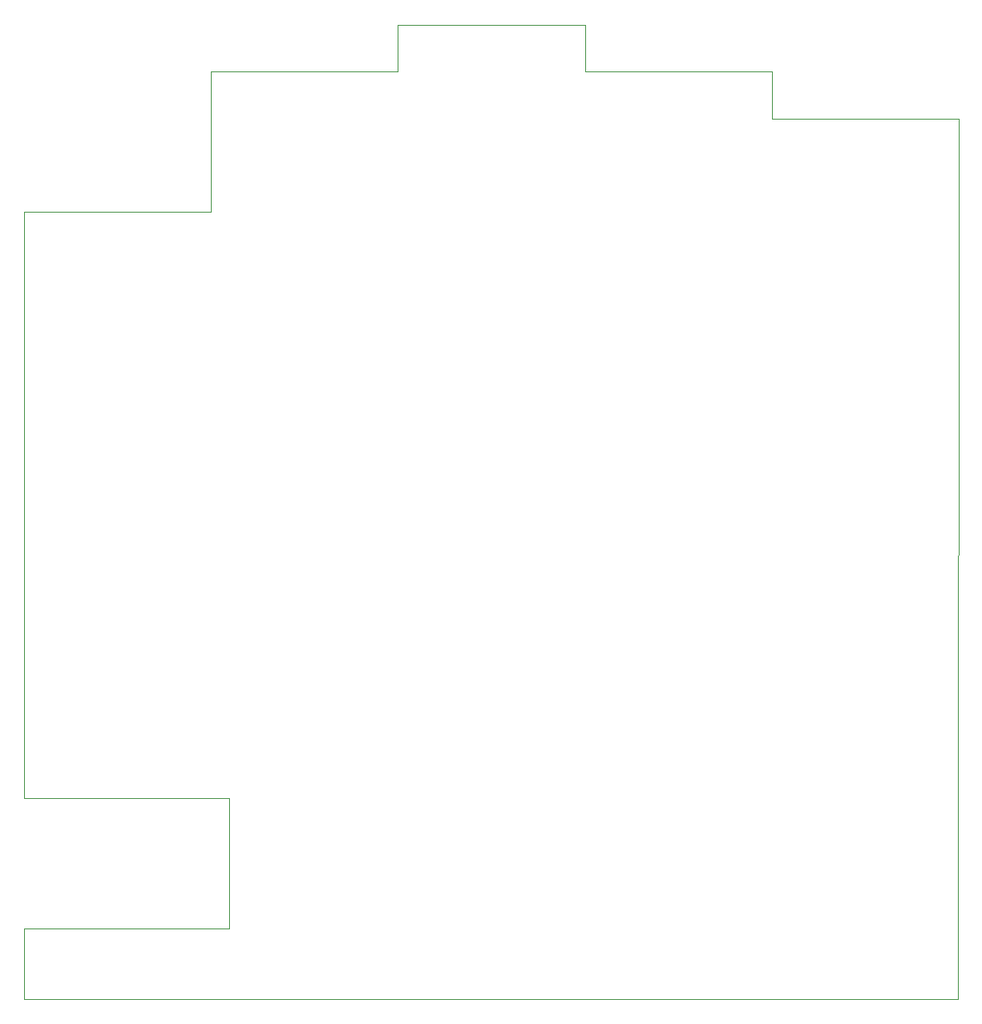
<source format=gbr>
%TF.GenerationSoftware,KiCad,Pcbnew,7.0.1*%
%TF.CreationDate,2023-09-26T17:53:04-04:00*%
%TF.ProjectId,under1hundo,756e6465-7231-4687-956e-646f2e6b6963,rev?*%
%TF.SameCoordinates,Original*%
%TF.FileFunction,Profile,NP*%
%FSLAX46Y46*%
G04 Gerber Fmt 4.6, Leading zero omitted, Abs format (unit mm)*
G04 Created by KiCad (PCBNEW 7.0.1) date 2023-09-26 17:53:04*
%MOMM*%
%LPD*%
G01*
G04 APERTURE LIST*
%TA.AperFunction,Profile*%
%ADD10C,0.100000*%
%TD*%
G04 APERTURE END LIST*
D10*
X201420000Y-38180000D02*
X220470000Y-38190000D01*
X220470000Y-38190000D02*
X220470000Y-42950000D01*
X163280000Y-52480000D02*
X163290000Y-38190000D01*
X144200000Y-112230000D02*
X144240000Y-52490000D01*
X220460000Y-132710000D02*
X144250000Y-132740000D01*
X165140000Y-125510000D02*
X165130000Y-112220000D01*
X165130000Y-112220000D02*
X144200000Y-112230000D01*
X144250000Y-125520000D02*
X165140000Y-125510000D01*
X163290000Y-38190000D02*
X182350000Y-38180000D01*
X239510000Y-132720000D02*
X220460000Y-132710000D01*
X144240000Y-52490000D02*
X163280000Y-52480000D01*
X201420000Y-33430000D02*
X201420000Y-38180000D01*
X182350000Y-38180000D02*
X182350000Y-33430000D01*
X144250000Y-132740000D02*
X144250000Y-125520000D01*
X182350000Y-33430000D02*
X201420000Y-33430000D01*
X239520000Y-42950000D02*
X239510000Y-132720000D01*
X220470000Y-42950000D02*
X239520000Y-42950000D01*
M02*

</source>
